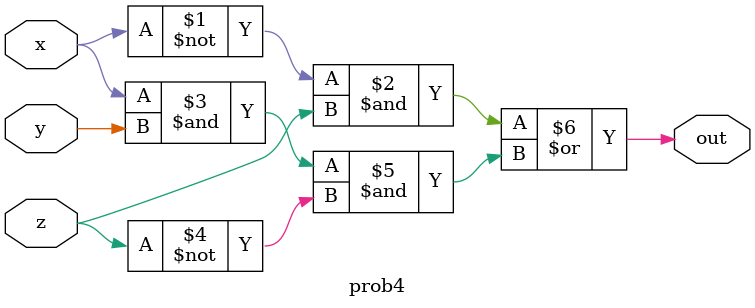
<source format=v>
module prob4 (input x, input y, input z, output out);

  assign out = (~x & z) | (x & y & ~z);

endmodule
</source>
